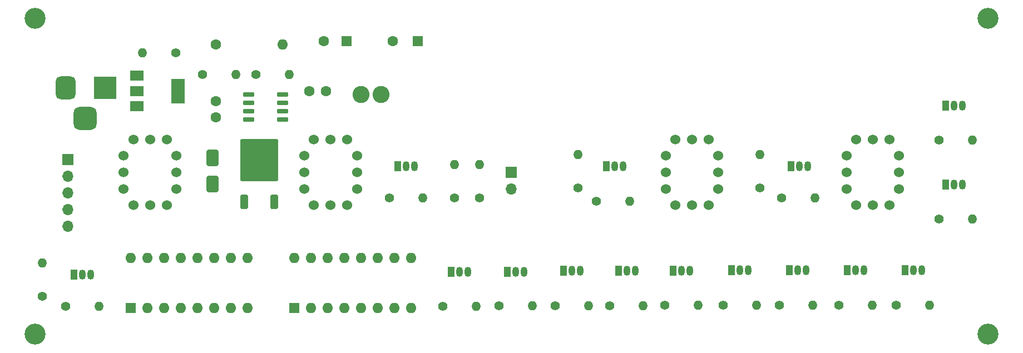
<source format=gbr>
%TF.GenerationSoftware,KiCad,Pcbnew,7.0.0*%
%TF.CreationDate,2023-07-03T18:36:44+08:00*%
%TF.ProjectId,OpenNixie,4f70656e-4e69-4786-9965-2e6b69636164,v3.0*%
%TF.SameCoordinates,Original*%
%TF.FileFunction,Soldermask,Top*%
%TF.FilePolarity,Negative*%
%FSLAX46Y46*%
G04 Gerber Fmt 4.6, Leading zero omitted, Abs format (unit mm)*
G04 Created by KiCad (PCBNEW 7.0.0) date 2023-07-03 18:36:44*
%MOMM*%
%LPD*%
G01*
G04 APERTURE LIST*
G04 Aperture macros list*
%AMRoundRect*
0 Rectangle with rounded corners*
0 $1 Rounding radius*
0 $2 $3 $4 $5 $6 $7 $8 $9 X,Y pos of 4 corners*
0 Add a 4 corners polygon primitive as box body*
4,1,4,$2,$3,$4,$5,$6,$7,$8,$9,$2,$3,0*
0 Add four circle primitives for the rounded corners*
1,1,$1+$1,$2,$3*
1,1,$1+$1,$4,$5*
1,1,$1+$1,$6,$7*
1,1,$1+$1,$8,$9*
0 Add four rect primitives between the rounded corners*
20,1,$1+$1,$2,$3,$4,$5,0*
20,1,$1+$1,$4,$5,$6,$7,0*
20,1,$1+$1,$6,$7,$8,$9,0*
20,1,$1+$1,$8,$9,$2,$3,0*%
G04 Aperture macros list end*
%ADD10C,1.600000*%
%ADD11RoundRect,0.250000X0.650000X-1.000000X0.650000X1.000000X-0.650000X1.000000X-0.650000X-1.000000X0*%
%ADD12C,2.600000*%
%ADD13RoundRect,0.250000X0.350000X-0.850000X0.350000X0.850000X-0.350000X0.850000X-0.350000X-0.850000X0*%
%ADD14RoundRect,0.249997X2.650003X-2.950003X2.650003X2.950003X-2.650003X2.950003X-2.650003X-2.950003X0*%
%ADD15C,1.400000*%
%ADD16O,1.400000X1.400000*%
%ADD17O,1.600000X1.600000*%
%ADD18RoundRect,0.150000X-0.725000X-0.150000X0.725000X-0.150000X0.725000X0.150000X-0.725000X0.150000X0*%
%ADD19R,1.600000X1.600000*%
%ADD20R,1.050000X1.500000*%
%ADD21O,1.050000X1.500000*%
%ADD22R,1.700000X1.700000*%
%ADD23O,1.700000X1.700000*%
%ADD24C,3.200000*%
%ADD25C,1.524000*%
%ADD26R,2.000000X1.500000*%
%ADD27R,2.000000X3.800000*%
%ADD28R,3.500000X3.500000*%
%ADD29RoundRect,0.750000X-0.750000X-1.000000X0.750000X-1.000000X0.750000X1.000000X-0.750000X1.000000X0*%
%ADD30RoundRect,0.875000X-0.875000X-0.875000X0.875000X-0.875000X0.875000X0.875000X-0.875000X0.875000X0*%
G04 APERTURE END LIST*
D10*
%TO.C,C4*%
X120162000Y-83820000D03*
X122662000Y-83820000D03*
%TD*%
D11*
%TO.C,D1*%
X105410000Y-97980000D03*
X105410000Y-93980000D03*
%TD*%
D12*
%TO.C,L1*%
X131064000Y-84328000D03*
X128064000Y-84328000D03*
%TD*%
D13*
%TO.C,Q2*%
X110241000Y-100685000D03*
X114801000Y-100685000D03*
D14*
X112521000Y-94385000D03*
%TD*%
D15*
%TO.C,R3*%
X103886000Y-81280000D03*
D16*
X108965999Y-81279999D03*
%TD*%
D15*
%TO.C,R4*%
X112014000Y-81280000D03*
D16*
X117093999Y-81279999D03*
%TD*%
D15*
%TO.C,R5*%
X99822000Y-77978000D03*
D16*
X94741999Y-77977999D03*
%TD*%
D10*
%TO.C,R6*%
X105918000Y-76708000D03*
D17*
X116077999Y-76707999D03*
%TD*%
D18*
%TO.C,U2*%
X110928000Y-84328000D03*
X110928000Y-85598000D03*
X110928000Y-86868000D03*
X110928000Y-88138000D03*
X116078000Y-88138000D03*
X116078000Y-86868000D03*
X116078000Y-85598000D03*
X116078000Y-84328000D03*
%TD*%
D19*
%TO.C,U3*%
X92963999Y-116839999D03*
D17*
X95503999Y-116839999D03*
X98043999Y-116839999D03*
X100583999Y-116839999D03*
X103123999Y-116839999D03*
X105663999Y-116839999D03*
X108203999Y-116839999D03*
X110743999Y-116839999D03*
X110743999Y-109219999D03*
X108203999Y-109219999D03*
X105663999Y-109219999D03*
X103123999Y-109219999D03*
X100583999Y-109219999D03*
X98043999Y-109219999D03*
X95503999Y-109219999D03*
X92963999Y-109219999D03*
%TD*%
D15*
%TO.C,R9*%
X216000000Y-91350000D03*
D16*
X221079999Y-91349999D03*
%TD*%
D20*
%TO.C,Q8*%
X193248999Y-111115999D03*
D21*
X194518999Y-111115999D03*
X195788999Y-111115999D03*
%TD*%
D20*
%TO.C,Q9*%
X184389999Y-111115999D03*
D21*
X185659999Y-111115999D03*
X186929999Y-111115999D03*
%TD*%
D15*
%TO.C,R17*%
X142240000Y-100076000D03*
D16*
X142239999Y-94995999D03*
%TD*%
D15*
%TO.C,R24*%
X192024000Y-100076000D03*
D16*
X197103999Y-100075999D03*
%TD*%
D20*
%TO.C,Q14*%
X133603999Y-95249999D03*
D21*
X134873999Y-95249999D03*
X136143999Y-95249999D03*
%TD*%
D15*
%TO.C,R11*%
X200750000Y-116450000D03*
D16*
X205829999Y-116449999D03*
%TD*%
D22*
%TO.C,J6*%
X83413599Y-94233999D03*
D23*
X83413599Y-96773999D03*
X83413599Y-99313999D03*
X83413599Y-101853999D03*
X83413599Y-104393999D03*
%TD*%
D20*
%TO.C,Q16*%
X193451999Y-95299999D03*
D21*
X194721999Y-95299999D03*
X195991999Y-95299999D03*
%TD*%
D20*
%TO.C,Q5*%
X216999999Y-86059199D03*
D21*
X218269999Y-86059199D03*
X219539999Y-86059199D03*
%TD*%
D19*
%TO.C,C2*%
X125858650Y-76199999D03*
D10*
X122358651Y-76200000D03*
%TD*%
D24*
%TO.C,H1*%
X78384400Y-72796400D03*
%TD*%
D10*
%TO.C,C1*%
X105918000Y-87864000D03*
X105918000Y-85364000D03*
%TD*%
D15*
%TO.C,R1*%
X146050000Y-100076000D03*
D16*
X146049999Y-94995999D03*
%TD*%
D25*
%TO.C,J4*%
X174400000Y-96200000D03*
X174400000Y-98740000D03*
X175860000Y-101200000D03*
X178400000Y-101200000D03*
X180940000Y-101200000D03*
X182400000Y-98740000D03*
X182400000Y-96200000D03*
X182400000Y-93660000D03*
X180940000Y-91200000D03*
X178400000Y-91200000D03*
X175860000Y-91200000D03*
X174400000Y-93660000D03*
%TD*%
D15*
%TO.C,R8*%
X216000000Y-103333200D03*
D16*
X221079999Y-103333199D03*
%TD*%
D15*
%TO.C,R12*%
X191725000Y-116450000D03*
D16*
X196804999Y-116449999D03*
%TD*%
D24*
%TO.C,H3*%
X223469200Y-120853200D03*
%TD*%
D19*
%TO.C,U4*%
X117855999Y-116839999D03*
D17*
X120395999Y-116839999D03*
X122935999Y-116839999D03*
X125475999Y-116839999D03*
X128015999Y-116839999D03*
X130555999Y-116839999D03*
X133095999Y-116839999D03*
X135635999Y-116839999D03*
X135635999Y-109219999D03*
X133095999Y-109219999D03*
X130555999Y-109219999D03*
X128015999Y-109219999D03*
X125475999Y-109219999D03*
X122935999Y-109219999D03*
X120395999Y-109219999D03*
X117855999Y-109219999D03*
%TD*%
D20*
%TO.C,Q15*%
X165353999Y-95249999D03*
D21*
X166623999Y-95249999D03*
X167893999Y-95249999D03*
%TD*%
D25*
%TO.C,J5*%
X201900000Y-96200000D03*
X201900000Y-98740000D03*
X203360000Y-101200000D03*
X205900000Y-101200000D03*
X208440000Y-101200000D03*
X209900000Y-98740000D03*
X209900000Y-96200000D03*
X209900000Y-93660000D03*
X208440000Y-91200000D03*
X205900000Y-91200000D03*
X203360000Y-91200000D03*
X201900000Y-93660000D03*
%TD*%
%TO.C,J3*%
X119400000Y-96200000D03*
X119400000Y-98740000D03*
X120860000Y-101200000D03*
X123400000Y-101200000D03*
X125940000Y-101200000D03*
X127400000Y-98740000D03*
X127400000Y-96200000D03*
X127400000Y-93660000D03*
X125940000Y-91200000D03*
X123400000Y-91200000D03*
X120860000Y-91200000D03*
X119400000Y-93660000D03*
%TD*%
D22*
%TO.C,NE1*%
X150899999Y-96199999D03*
D23*
X150899999Y-98739999D03*
%TD*%
D25*
%TO.C,J2*%
X91900000Y-96200000D03*
X91900000Y-98740000D03*
X93360000Y-101200000D03*
X95900000Y-101200000D03*
X98440000Y-101200000D03*
X99900000Y-98740000D03*
X99900000Y-96200000D03*
X99900000Y-93660000D03*
X98440000Y-91200000D03*
X95900000Y-91200000D03*
X93360000Y-91200000D03*
X91900000Y-93660000D03*
%TD*%
D20*
%TO.C,Q11*%
X158804999Y-111215999D03*
D21*
X160074999Y-111215999D03*
X161344999Y-111215999D03*
%TD*%
D26*
%TO.C,U1*%
X93877999Y-81519999D03*
D27*
X100177999Y-83819999D03*
D26*
X93877999Y-83819999D03*
X93877999Y-86119999D03*
%TD*%
D15*
%TO.C,R21*%
X83058000Y-116586000D03*
D16*
X88137999Y-116585999D03*
%TD*%
D15*
%TO.C,R16*%
X165910000Y-116525000D03*
D16*
X170989999Y-116524999D03*
%TD*%
D24*
%TO.C,H2*%
X223418400Y-72796400D03*
%TD*%
D20*
%TO.C,Q7*%
X202034999Y-111099999D03*
D21*
X203304999Y-111099999D03*
X204574999Y-111099999D03*
%TD*%
D20*
%TO.C,Q12*%
X167204999Y-111174999D03*
D21*
X168474999Y-111174999D03*
X169744999Y-111174999D03*
%TD*%
D15*
%TO.C,R19*%
X79502000Y-115062000D03*
D16*
X79501999Y-109981999D03*
%TD*%
D20*
%TO.C,Q3*%
X150269999Y-111349999D03*
D21*
X151539999Y-111349999D03*
X152809999Y-111349999D03*
%TD*%
D15*
%TO.C,R2*%
X140462000Y-116586000D03*
D16*
X145541999Y-116585999D03*
%TD*%
D15*
%TO.C,R18*%
X188722000Y-98552000D03*
D16*
X188721999Y-93471999D03*
%TD*%
D28*
%TO.C,J1*%
X89057999Y-83311999D03*
D29*
X83058000Y-83312000D03*
D30*
X86058000Y-88012000D03*
%TD*%
D20*
%TO.C,Q4*%
X216999999Y-98049999D03*
D21*
X218269999Y-98049999D03*
X219539999Y-98049999D03*
%TD*%
D15*
%TO.C,R15*%
X157535000Y-116550000D03*
D16*
X162614999Y-116549999D03*
%TD*%
D15*
%TO.C,R14*%
X174285000Y-116475000D03*
D16*
X179364999Y-116474999D03*
%TD*%
D24*
%TO.C,H4*%
X78384400Y-120853200D03*
%TD*%
D15*
%TO.C,R20*%
X161036000Y-98552000D03*
D16*
X161035999Y-93471999D03*
%TD*%
D20*
%TO.C,Q10*%
X175559999Y-111174999D03*
D21*
X176829999Y-111174999D03*
X178099999Y-111174999D03*
%TD*%
D15*
%TO.C,R22*%
X132334000Y-100076000D03*
D16*
X137413999Y-100075999D03*
%TD*%
D15*
%TO.C,R23*%
X163830000Y-100584000D03*
D16*
X168909999Y-100583999D03*
%TD*%
D20*
%TO.C,Q1*%
X141731999Y-111357999D03*
D21*
X143001999Y-111357999D03*
X144271999Y-111357999D03*
%TD*%
D20*
%TO.C,Q13*%
X84327999Y-111759999D03*
D21*
X85597999Y-111759999D03*
X86867999Y-111759999D03*
%TD*%
D20*
%TO.C,Q6*%
X210846399Y-111128799D03*
D21*
X212116399Y-111128799D03*
X213386399Y-111128799D03*
%TD*%
D15*
%TO.C,R7*%
X149000000Y-116575000D03*
D16*
X154079999Y-116574999D03*
%TD*%
D15*
%TO.C,R10*%
X209485000Y-116425000D03*
D16*
X214564999Y-116424999D03*
%TD*%
D15*
%TO.C,R13*%
X183120000Y-116450000D03*
D16*
X188199999Y-116449999D03*
%TD*%
D19*
%TO.C,C3*%
X136651999Y-76199999D03*
D10*
X132852000Y-76200000D03*
%TD*%
M02*

</source>
